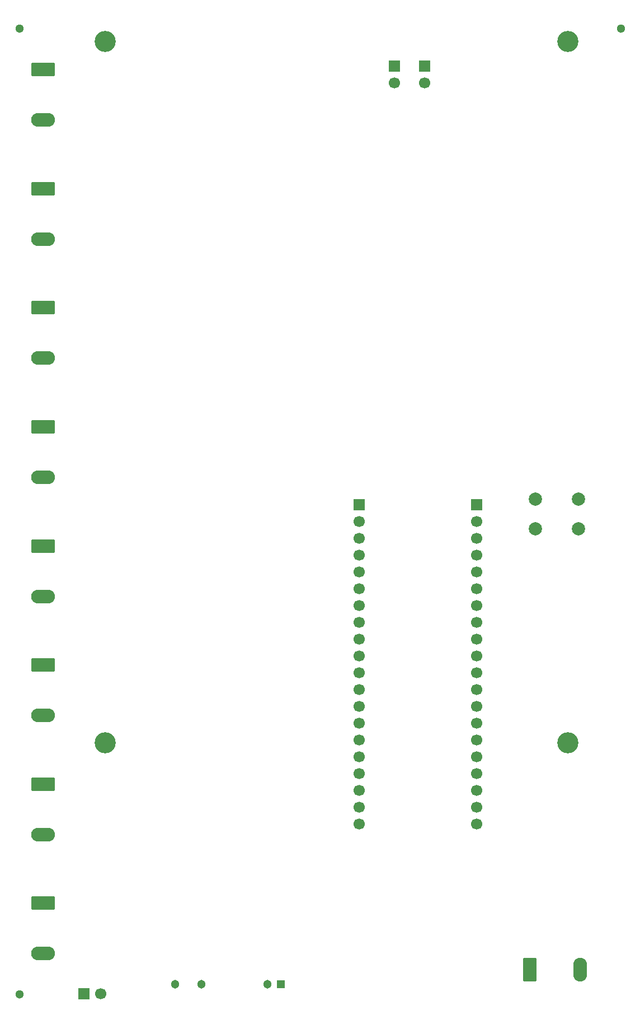
<source format=gbr>
%TF.GenerationSoftware,KiCad,Pcbnew,9.0.5*%
%TF.CreationDate,2025-12-25T13:02:37+01:00*%
%TF.ProjectId,leak_current_detector,6c65616b-5f63-4757-9272-656e745f6465,0.1*%
%TF.SameCoordinates,Original*%
%TF.FileFunction,Soldermask,Bot*%
%TF.FilePolarity,Negative*%
%FSLAX46Y46*%
G04 Gerber Fmt 4.6, Leading zero omitted, Abs format (unit mm)*
G04 Created by KiCad (PCBNEW 9.0.5) date 2025-12-25 13:02:37*
%MOMM*%
%LPD*%
G01*
G04 APERTURE LIST*
G04 Aperture macros list*
%AMRoundRect*
0 Rectangle with rounded corners*
0 $1 Rounding radius*
0 $2 $3 $4 $5 $6 $7 $8 $9 X,Y pos of 4 corners*
0 Add a 4 corners polygon primitive as box body*
4,1,4,$2,$3,$4,$5,$6,$7,$8,$9,$2,$3,0*
0 Add four circle primitives for the rounded corners*
1,1,$1+$1,$2,$3*
1,1,$1+$1,$4,$5*
1,1,$1+$1,$6,$7*
1,1,$1+$1,$8,$9*
0 Add four rect primitives between the rounded corners*
20,1,$1+$1,$2,$3,$4,$5,0*
20,1,$1+$1,$4,$5,$6,$7,0*
20,1,$1+$1,$6,$7,$8,$9,0*
20,1,$1+$1,$8,$9,$2,$3,0*%
G04 Aperture macros list end*
%ADD10RoundRect,0.250001X-1.549999X0.799999X-1.549999X-0.799999X1.549999X-0.799999X1.549999X0.799999X0*%
%ADD11O,3.600000X2.100000*%
%ADD12RoundRect,0.250001X-0.799999X-1.549999X0.799999X-1.549999X0.799999X1.549999X-0.799999X1.549999X0*%
%ADD13O,2.100000X3.600000*%
%ADD14R,1.700000X1.700000*%
%ADD15C,1.700000*%
%ADD16C,1.300000*%
%ADD17C,3.200000*%
%ADD18C,2.000000*%
%ADD19R,1.303000X1.303000*%
%ADD20C,1.303000*%
G04 APERTURE END LIST*
D10*
%TO.C,J4*%
X30602500Y-87215000D03*
D11*
X30602500Y-94835000D03*
%TD*%
D10*
%TO.C,J3*%
X30602500Y-69215000D03*
D11*
X30602500Y-76835000D03*
%TD*%
D12*
%TO.C,J9*%
X104255000Y-169302500D03*
D13*
X111875000Y-169302500D03*
%TD*%
D14*
%TO.C,J14*%
X36705000Y-172940000D03*
D15*
X39245000Y-172940000D03*
%TD*%
D16*
%TO.C,H1*%
X27000000Y-27000000D03*
%TD*%
D14*
%TO.C,J11*%
X96210000Y-98950000D03*
D15*
X96210000Y-101490000D03*
X96210000Y-104030000D03*
X96210000Y-106570000D03*
X96210000Y-109110000D03*
X96210000Y-111650000D03*
X96210000Y-114190000D03*
X96210000Y-116730000D03*
X96210000Y-119270000D03*
X96210000Y-121810000D03*
X96210000Y-124350000D03*
X96210000Y-126890000D03*
X96210000Y-129430000D03*
X96210000Y-131970000D03*
X96210000Y-134510000D03*
X96210000Y-137050000D03*
X96210000Y-139590000D03*
X96210000Y-142130000D03*
X96210000Y-144670000D03*
X96210000Y-147210000D03*
%TD*%
D10*
%TO.C,J7*%
X30602500Y-141215000D03*
D11*
X30602500Y-148835000D03*
%TD*%
D14*
%TO.C,J12*%
X83690000Y-32670000D03*
D15*
X83690000Y-35210000D03*
%TD*%
D17*
%TO.C,H4*%
X40000000Y-135000000D03*
%TD*%
D10*
%TO.C,J1*%
X30602500Y-33215000D03*
D11*
X30602500Y-40835000D03*
%TD*%
D10*
%TO.C,J2*%
X30602500Y-51215000D03*
D11*
X30602500Y-58835000D03*
%TD*%
D16*
%TO.C,H2*%
X118000000Y-27000000D03*
%TD*%
D17*
%TO.C,H5*%
X110000000Y-135000000D03*
%TD*%
%TO.C,H6*%
X40000000Y-29000000D03*
%TD*%
D10*
%TO.C,J6*%
X30602500Y-123215000D03*
D11*
X30602500Y-130835000D03*
%TD*%
D14*
%TO.C,J13*%
X88280000Y-32670000D03*
D15*
X88280000Y-35210000D03*
%TD*%
D18*
%TO.C,SW1*%
X105060000Y-98120000D03*
X111560000Y-98120000D03*
X105060000Y-102620000D03*
X111560000Y-102620000D03*
%TD*%
D17*
%TO.C,H7*%
X110000000Y-29000000D03*
%TD*%
D10*
%TO.C,J8*%
X30602500Y-159215000D03*
D11*
X30602500Y-166835000D03*
%TD*%
D14*
%TO.C,J10*%
X78430000Y-98950000D03*
D15*
X78430000Y-101490000D03*
X78430000Y-104030000D03*
X78430000Y-106570000D03*
X78430000Y-109110000D03*
X78430000Y-111650000D03*
X78430000Y-114190000D03*
X78430000Y-116730000D03*
X78430000Y-119270000D03*
X78430000Y-121810000D03*
X78430000Y-124350000D03*
X78430000Y-126890000D03*
X78430000Y-129430000D03*
X78430000Y-131970000D03*
X78430000Y-134510000D03*
X78430000Y-137050000D03*
X78430000Y-139590000D03*
X78430000Y-142130000D03*
X78430000Y-144670000D03*
X78430000Y-147210000D03*
%TD*%
D16*
%TO.C,H3*%
X27000000Y-173000000D03*
%TD*%
D10*
%TO.C,J5*%
X30602500Y-105215000D03*
D11*
X30602500Y-112835000D03*
%TD*%
D19*
%TO.C,PS2*%
X66550000Y-171490000D03*
D20*
X64550000Y-171490000D03*
X54550000Y-171490000D03*
X50550000Y-171490000D03*
%TD*%
M02*

</source>
